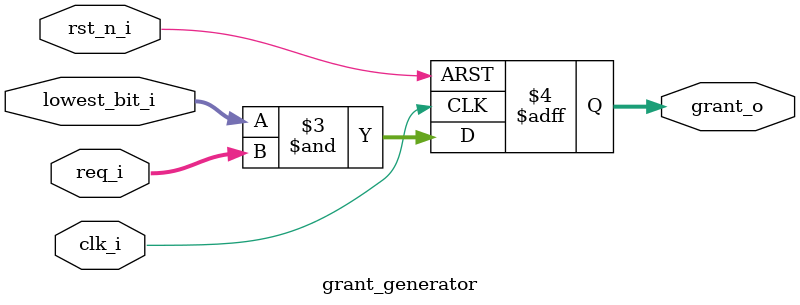
<source format=sv>
module async_arbiter #(
    parameter WIDTH = 4
)(
    input  wire        clk_i,       // 时钟信号输入
    input  wire        rst_n_i,     // 异步复位信号，低电平有效
    input  wire [WIDTH-1:0] req_i,  // 请求信号输入
    output wire [WIDTH-1:0] grant_o // 授权信号输出
);
    // 内部连线
    wire [WIDTH-1:0] req_r;         // 请求寄存器输出
    wire [WIDTH-1:0] lowest_bit;    // 最低有效位信号
    wire [WIDTH-1:0] lowest_bit_r;  // 最低有效位寄存器输出

    // 请求信号寄存模块实例化
    request_register #(
        .WIDTH(WIDTH)
    ) req_reg_inst (
        .clk_i(clk_i),
        .rst_n_i(rst_n_i),
        .req_i(req_i),
        .req_o(req_r)
    );

    // 最低有效位检测模块实例化
    lowest_bit_detector #(
        .WIDTH(WIDTH)
    ) lbd_inst (
        .req_i(req_r),
        .lowest_bit_o(lowest_bit)
    );

    // 最低有效位寄存模块实例化
    lowest_bit_register #(
        .WIDTH(WIDTH)
    ) lb_reg_inst (
        .clk_i(clk_i),
        .rst_n_i(rst_n_i),
        .lowest_bit_i(lowest_bit),
        .lowest_bit_o(lowest_bit_r)
    );

    // 授权信号生成模块实例化
    grant_generator #(
        .WIDTH(WIDTH)
    ) grant_gen_inst (
        .clk_i(clk_i),
        .rst_n_i(rst_n_i),
        .req_i(req_r),
        .lowest_bit_i(lowest_bit_r),
        .grant_o(grant_o)
    );
endmodule

// 请求信号寄存子模块 - 第一级流水线
module request_register #(
    parameter WIDTH = 4
)(
    input  wire        clk_i,         // 时钟信号输入
    input  wire        rst_n_i,       // 异步复位信号，低电平有效
    input  wire [WIDTH-1:0] req_i,    // 请求信号输入
    output reg  [WIDTH-1:0] req_o     // 寄存后的请求信号输出
);
    // 第一级流水线：寄存请求信号
    always @(posedge clk_i or negedge rst_n_i) begin
        if (!rst_n_i) begin
            req_o <= {WIDTH{1'b0}};
        end else begin
            req_o <= req_i;
        end
    end
endmodule

// 最低有效位检测子模块 - 组合逻辑
module lowest_bit_detector #(
    parameter WIDTH = 4
)(
    input  wire [WIDTH-1:0] req_i,         // 请求信号输入
    output wire [WIDTH-1:0] lowest_bit_o   // 最低有效位输出
);
    // 隔离最低的'1'位 (isolate lowest one bit)
    assign lowest_bit_o = req_i & (~req_i + 1);
endmodule

// 最低有效位寄存子模块 - 第二级流水线
module lowest_bit_register #(
    parameter WIDTH = 4
)(
    input  wire        clk_i,              // 时钟信号输入
    input  wire        rst_n_i,            // 异步复位信号，低电平有效
    input  wire [WIDTH-1:0] lowest_bit_i,  // 最低有效位输入
    output reg  [WIDTH-1:0] lowest_bit_o   // 寄存后的最低有效位输出
);
    // 第二级流水线：寄存最低有效位结果
    always @(posedge clk_i or negedge rst_n_i) begin
        if (!rst_n_i) begin
            lowest_bit_o <= {WIDTH{1'b0}};
        end else begin
            lowest_bit_o <= lowest_bit_i;
        end
    end
endmodule

// 授权信号生成子模块 - 第三级流水线
module grant_generator #(
    parameter WIDTH = 4
)(
    input  wire        clk_i,              // 时钟信号输入
    input  wire        rst_n_i,            // 异步复位信号，低电平有效
    input  wire [WIDTH-1:0] req_i,         // 请求信号输入
    input  wire [WIDTH-1:0] lowest_bit_i,  // 最低有效位输入
    output reg  [WIDTH-1:0] grant_o        // 授权信号输出
);
    // 第三级流水线：生成最终授权信号
    always @(posedge clk_i or negedge rst_n_i) begin
        if (!rst_n_i) begin
            grant_o <= {WIDTH{1'b0}};
        end else begin
            grant_o <= lowest_bit_i & req_i;
        end
    end
endmodule
</source>
